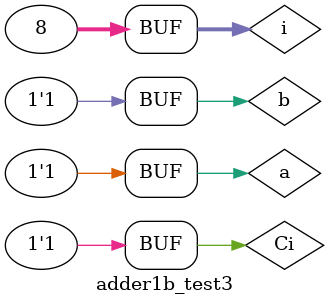
<source format=v>
`timescale 1ns / 1ps


module adder1b_test3 ();
  reg a, b, Ci;
  wire s, co;
  integer i;
  Adder1b test3 (
      a,
      b,
      Ci,
      s,
      co
  );
  initial begin
    for (i = 0; i < 8; i = i + 1) begin
        {a,b,Ci}=i;
        #50;
    end
  end
endmodule

</source>
